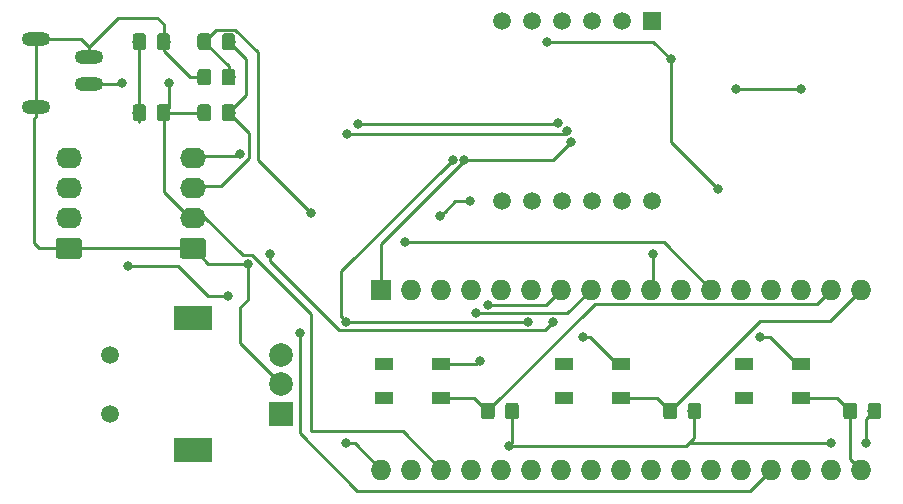
<source format=gbr>
G04 #@! TF.GenerationSoftware,KiCad,Pcbnew,(5.1.4)-1*
G04 #@! TF.CreationDate,2019-09-08T22:11:41-07:00*
G04 #@! TF.ProjectId,arduino-micro,61726475-696e-46f2-9d6d-6963726f2e6b,rev?*
G04 #@! TF.SameCoordinates,Original*
G04 #@! TF.FileFunction,Copper,L1,Top*
G04 #@! TF.FilePolarity,Positive*
%FSLAX46Y46*%
G04 Gerber Fmt 4.6, Leading zero omitted, Abs format (unit mm)*
G04 Created by KiCad (PCBNEW (5.1.4)-1) date 2019-09-08 22:11:41*
%MOMM*%
%LPD*%
G04 APERTURE LIST*
%ADD10C,0.100000*%
%ADD11C,1.150000*%
%ADD12O,2.200000X1.740000*%
%ADD13C,1.740000*%
%ADD14O,2.400000X1.200000*%
%ADD15O,1.727200X1.727200*%
%ADD16R,1.727200X1.727200*%
%ADD17R,1.600000X1.000000*%
%ADD18C,1.500000*%
%ADD19R,1.500000X1.500000*%
%ADD20R,2.000000X2.000000*%
%ADD21C,2.000000*%
%ADD22R,3.200000X2.000000*%
%ADD23C,0.800000*%
%ADD24C,0.250000*%
G04 APERTURE END LIST*
D10*
G36*
X127874505Y-96301204D02*
G01*
X127898773Y-96304804D01*
X127922572Y-96310765D01*
X127945671Y-96319030D01*
X127967850Y-96329520D01*
X127988893Y-96342132D01*
X128008599Y-96356747D01*
X128026777Y-96373223D01*
X128043253Y-96391401D01*
X128057868Y-96411107D01*
X128070480Y-96432150D01*
X128080970Y-96454329D01*
X128089235Y-96477428D01*
X128095196Y-96501227D01*
X128098796Y-96525495D01*
X128100000Y-96549999D01*
X128100000Y-97450001D01*
X128098796Y-97474505D01*
X128095196Y-97498773D01*
X128089235Y-97522572D01*
X128080970Y-97545671D01*
X128070480Y-97567850D01*
X128057868Y-97588893D01*
X128043253Y-97608599D01*
X128026777Y-97626777D01*
X128008599Y-97643253D01*
X127988893Y-97657868D01*
X127967850Y-97670480D01*
X127945671Y-97680970D01*
X127922572Y-97689235D01*
X127898773Y-97695196D01*
X127874505Y-97698796D01*
X127850001Y-97700000D01*
X127199999Y-97700000D01*
X127175495Y-97698796D01*
X127151227Y-97695196D01*
X127127428Y-97689235D01*
X127104329Y-97680970D01*
X127082150Y-97670480D01*
X127061107Y-97657868D01*
X127041401Y-97643253D01*
X127023223Y-97626777D01*
X127006747Y-97608599D01*
X126992132Y-97588893D01*
X126979520Y-97567850D01*
X126969030Y-97545671D01*
X126960765Y-97522572D01*
X126954804Y-97498773D01*
X126951204Y-97474505D01*
X126950000Y-97450001D01*
X126950000Y-96549999D01*
X126951204Y-96525495D01*
X126954804Y-96501227D01*
X126960765Y-96477428D01*
X126969030Y-96454329D01*
X126979520Y-96432150D01*
X126992132Y-96411107D01*
X127006747Y-96391401D01*
X127023223Y-96373223D01*
X127041401Y-96356747D01*
X127061107Y-96342132D01*
X127082150Y-96329520D01*
X127104329Y-96319030D01*
X127127428Y-96310765D01*
X127151227Y-96304804D01*
X127175495Y-96301204D01*
X127199999Y-96300000D01*
X127850001Y-96300000D01*
X127874505Y-96301204D01*
X127874505Y-96301204D01*
G37*
D11*
X127525000Y-97000000D03*
D10*
G36*
X125824505Y-96301204D02*
G01*
X125848773Y-96304804D01*
X125872572Y-96310765D01*
X125895671Y-96319030D01*
X125917850Y-96329520D01*
X125938893Y-96342132D01*
X125958599Y-96356747D01*
X125976777Y-96373223D01*
X125993253Y-96391401D01*
X126007868Y-96411107D01*
X126020480Y-96432150D01*
X126030970Y-96454329D01*
X126039235Y-96477428D01*
X126045196Y-96501227D01*
X126048796Y-96525495D01*
X126050000Y-96549999D01*
X126050000Y-97450001D01*
X126048796Y-97474505D01*
X126045196Y-97498773D01*
X126039235Y-97522572D01*
X126030970Y-97545671D01*
X126020480Y-97567850D01*
X126007868Y-97588893D01*
X125993253Y-97608599D01*
X125976777Y-97626777D01*
X125958599Y-97643253D01*
X125938893Y-97657868D01*
X125917850Y-97670480D01*
X125895671Y-97680970D01*
X125872572Y-97689235D01*
X125848773Y-97695196D01*
X125824505Y-97698796D01*
X125800001Y-97700000D01*
X125149999Y-97700000D01*
X125125495Y-97698796D01*
X125101227Y-97695196D01*
X125077428Y-97689235D01*
X125054329Y-97680970D01*
X125032150Y-97670480D01*
X125011107Y-97657868D01*
X124991401Y-97643253D01*
X124973223Y-97626777D01*
X124956747Y-97608599D01*
X124942132Y-97588893D01*
X124929520Y-97567850D01*
X124919030Y-97545671D01*
X124910765Y-97522572D01*
X124904804Y-97498773D01*
X124901204Y-97474505D01*
X124900000Y-97450001D01*
X124900000Y-96549999D01*
X124901204Y-96525495D01*
X124904804Y-96501227D01*
X124910765Y-96477428D01*
X124919030Y-96454329D01*
X124929520Y-96432150D01*
X124942132Y-96411107D01*
X124956747Y-96391401D01*
X124973223Y-96373223D01*
X124991401Y-96356747D01*
X125011107Y-96342132D01*
X125032150Y-96329520D01*
X125054329Y-96319030D01*
X125077428Y-96310765D01*
X125101227Y-96304804D01*
X125125495Y-96301204D01*
X125149999Y-96300000D01*
X125800001Y-96300000D01*
X125824505Y-96301204D01*
X125824505Y-96301204D01*
G37*
D11*
X125475000Y-97000000D03*
D10*
G36*
X127874505Y-102301204D02*
G01*
X127898773Y-102304804D01*
X127922572Y-102310765D01*
X127945671Y-102319030D01*
X127967850Y-102329520D01*
X127988893Y-102342132D01*
X128008599Y-102356747D01*
X128026777Y-102373223D01*
X128043253Y-102391401D01*
X128057868Y-102411107D01*
X128070480Y-102432150D01*
X128080970Y-102454329D01*
X128089235Y-102477428D01*
X128095196Y-102501227D01*
X128098796Y-102525495D01*
X128100000Y-102549999D01*
X128100000Y-103450001D01*
X128098796Y-103474505D01*
X128095196Y-103498773D01*
X128089235Y-103522572D01*
X128080970Y-103545671D01*
X128070480Y-103567850D01*
X128057868Y-103588893D01*
X128043253Y-103608599D01*
X128026777Y-103626777D01*
X128008599Y-103643253D01*
X127988893Y-103657868D01*
X127967850Y-103670480D01*
X127945671Y-103680970D01*
X127922572Y-103689235D01*
X127898773Y-103695196D01*
X127874505Y-103698796D01*
X127850001Y-103700000D01*
X127199999Y-103700000D01*
X127175495Y-103698796D01*
X127151227Y-103695196D01*
X127127428Y-103689235D01*
X127104329Y-103680970D01*
X127082150Y-103670480D01*
X127061107Y-103657868D01*
X127041401Y-103643253D01*
X127023223Y-103626777D01*
X127006747Y-103608599D01*
X126992132Y-103588893D01*
X126979520Y-103567850D01*
X126969030Y-103545671D01*
X126960765Y-103522572D01*
X126954804Y-103498773D01*
X126951204Y-103474505D01*
X126950000Y-103450001D01*
X126950000Y-102549999D01*
X126951204Y-102525495D01*
X126954804Y-102501227D01*
X126960765Y-102477428D01*
X126969030Y-102454329D01*
X126979520Y-102432150D01*
X126992132Y-102411107D01*
X127006747Y-102391401D01*
X127023223Y-102373223D01*
X127041401Y-102356747D01*
X127061107Y-102342132D01*
X127082150Y-102329520D01*
X127104329Y-102319030D01*
X127127428Y-102310765D01*
X127151227Y-102304804D01*
X127175495Y-102301204D01*
X127199999Y-102300000D01*
X127850001Y-102300000D01*
X127874505Y-102301204D01*
X127874505Y-102301204D01*
G37*
D11*
X127525000Y-103000000D03*
D10*
G36*
X125824505Y-102301204D02*
G01*
X125848773Y-102304804D01*
X125872572Y-102310765D01*
X125895671Y-102319030D01*
X125917850Y-102329520D01*
X125938893Y-102342132D01*
X125958599Y-102356747D01*
X125976777Y-102373223D01*
X125993253Y-102391401D01*
X126007868Y-102411107D01*
X126020480Y-102432150D01*
X126030970Y-102454329D01*
X126039235Y-102477428D01*
X126045196Y-102501227D01*
X126048796Y-102525495D01*
X126050000Y-102549999D01*
X126050000Y-103450001D01*
X126048796Y-103474505D01*
X126045196Y-103498773D01*
X126039235Y-103522572D01*
X126030970Y-103545671D01*
X126020480Y-103567850D01*
X126007868Y-103588893D01*
X125993253Y-103608599D01*
X125976777Y-103626777D01*
X125958599Y-103643253D01*
X125938893Y-103657868D01*
X125917850Y-103670480D01*
X125895671Y-103680970D01*
X125872572Y-103689235D01*
X125848773Y-103695196D01*
X125824505Y-103698796D01*
X125800001Y-103700000D01*
X125149999Y-103700000D01*
X125125495Y-103698796D01*
X125101227Y-103695196D01*
X125077428Y-103689235D01*
X125054329Y-103680970D01*
X125032150Y-103670480D01*
X125011107Y-103657868D01*
X124991401Y-103643253D01*
X124973223Y-103626777D01*
X124956747Y-103608599D01*
X124942132Y-103588893D01*
X124929520Y-103567850D01*
X124919030Y-103545671D01*
X124910765Y-103522572D01*
X124904804Y-103498773D01*
X124901204Y-103474505D01*
X124900000Y-103450001D01*
X124900000Y-102549999D01*
X124901204Y-102525495D01*
X124904804Y-102501227D01*
X124910765Y-102477428D01*
X124919030Y-102454329D01*
X124929520Y-102432150D01*
X124942132Y-102411107D01*
X124956747Y-102391401D01*
X124973223Y-102373223D01*
X124991401Y-102356747D01*
X125011107Y-102342132D01*
X125032150Y-102329520D01*
X125054329Y-102319030D01*
X125077428Y-102310765D01*
X125101227Y-102304804D01*
X125125495Y-102301204D01*
X125149999Y-102300000D01*
X125800001Y-102300000D01*
X125824505Y-102301204D01*
X125824505Y-102301204D01*
G37*
D11*
X125475000Y-103000000D03*
D12*
X119500000Y-106880000D03*
X119500000Y-109420000D03*
X119500000Y-111960000D03*
D10*
G36*
X120374505Y-113631204D02*
G01*
X120398773Y-113634804D01*
X120422572Y-113640765D01*
X120445671Y-113649030D01*
X120467850Y-113659520D01*
X120488893Y-113672132D01*
X120508599Y-113686747D01*
X120526777Y-113703223D01*
X120543253Y-113721401D01*
X120557868Y-113741107D01*
X120570480Y-113762150D01*
X120580970Y-113784329D01*
X120589235Y-113807428D01*
X120595196Y-113831227D01*
X120598796Y-113855495D01*
X120600000Y-113879999D01*
X120600000Y-115120001D01*
X120598796Y-115144505D01*
X120595196Y-115168773D01*
X120589235Y-115192572D01*
X120580970Y-115215671D01*
X120570480Y-115237850D01*
X120557868Y-115258893D01*
X120543253Y-115278599D01*
X120526777Y-115296777D01*
X120508599Y-115313253D01*
X120488893Y-115327868D01*
X120467850Y-115340480D01*
X120445671Y-115350970D01*
X120422572Y-115359235D01*
X120398773Y-115365196D01*
X120374505Y-115368796D01*
X120350001Y-115370000D01*
X118649999Y-115370000D01*
X118625495Y-115368796D01*
X118601227Y-115365196D01*
X118577428Y-115359235D01*
X118554329Y-115350970D01*
X118532150Y-115340480D01*
X118511107Y-115327868D01*
X118491401Y-115313253D01*
X118473223Y-115296777D01*
X118456747Y-115278599D01*
X118442132Y-115258893D01*
X118429520Y-115237850D01*
X118419030Y-115215671D01*
X118410765Y-115192572D01*
X118404804Y-115168773D01*
X118401204Y-115144505D01*
X118400000Y-115120001D01*
X118400000Y-113879999D01*
X118401204Y-113855495D01*
X118404804Y-113831227D01*
X118410765Y-113807428D01*
X118419030Y-113784329D01*
X118429520Y-113762150D01*
X118442132Y-113741107D01*
X118456747Y-113721401D01*
X118473223Y-113703223D01*
X118491401Y-113686747D01*
X118511107Y-113672132D01*
X118532150Y-113659520D01*
X118554329Y-113649030D01*
X118577428Y-113640765D01*
X118601227Y-113634804D01*
X118625495Y-113631204D01*
X118649999Y-113630000D01*
X120350001Y-113630000D01*
X120374505Y-113631204D01*
X120374505Y-113631204D01*
G37*
D13*
X119500000Y-114500000D03*
D12*
X130000000Y-106880000D03*
X130000000Y-109420000D03*
X130000000Y-111960000D03*
D10*
G36*
X130874505Y-113631204D02*
G01*
X130898773Y-113634804D01*
X130922572Y-113640765D01*
X130945671Y-113649030D01*
X130967850Y-113659520D01*
X130988893Y-113672132D01*
X131008599Y-113686747D01*
X131026777Y-113703223D01*
X131043253Y-113721401D01*
X131057868Y-113741107D01*
X131070480Y-113762150D01*
X131080970Y-113784329D01*
X131089235Y-113807428D01*
X131095196Y-113831227D01*
X131098796Y-113855495D01*
X131100000Y-113879999D01*
X131100000Y-115120001D01*
X131098796Y-115144505D01*
X131095196Y-115168773D01*
X131089235Y-115192572D01*
X131080970Y-115215671D01*
X131070480Y-115237850D01*
X131057868Y-115258893D01*
X131043253Y-115278599D01*
X131026777Y-115296777D01*
X131008599Y-115313253D01*
X130988893Y-115327868D01*
X130967850Y-115340480D01*
X130945671Y-115350970D01*
X130922572Y-115359235D01*
X130898773Y-115365196D01*
X130874505Y-115368796D01*
X130850001Y-115370000D01*
X129149999Y-115370000D01*
X129125495Y-115368796D01*
X129101227Y-115365196D01*
X129077428Y-115359235D01*
X129054329Y-115350970D01*
X129032150Y-115340480D01*
X129011107Y-115327868D01*
X128991401Y-115313253D01*
X128973223Y-115296777D01*
X128956747Y-115278599D01*
X128942132Y-115258893D01*
X128929520Y-115237850D01*
X128919030Y-115215671D01*
X128910765Y-115192572D01*
X128904804Y-115168773D01*
X128901204Y-115144505D01*
X128900000Y-115120001D01*
X128900000Y-113879999D01*
X128901204Y-113855495D01*
X128904804Y-113831227D01*
X128910765Y-113807428D01*
X128919030Y-113784329D01*
X128929520Y-113762150D01*
X128942132Y-113741107D01*
X128956747Y-113721401D01*
X128973223Y-113703223D01*
X128991401Y-113686747D01*
X129011107Y-113672132D01*
X129032150Y-113659520D01*
X129054329Y-113649030D01*
X129077428Y-113640765D01*
X129101227Y-113634804D01*
X129125495Y-113631204D01*
X129149999Y-113630000D01*
X130850001Y-113630000D01*
X130874505Y-113631204D01*
X130874505Y-113631204D01*
G37*
D13*
X130000000Y-114500000D03*
D14*
X121200000Y-98300000D03*
X121200000Y-100600000D03*
X116700000Y-96800000D03*
X116700000Y-102500000D03*
D15*
X148480000Y-133240000D03*
X166260000Y-133240000D03*
X168800000Y-133240000D03*
X171340000Y-133240000D03*
X173880000Y-133240000D03*
X176420000Y-133240000D03*
X161180000Y-133240000D03*
X184040000Y-118000000D03*
X186580000Y-118000000D03*
X186580000Y-133240000D03*
X181500000Y-133240000D03*
X181500000Y-118000000D03*
X178960000Y-118000000D03*
X176420000Y-118000000D03*
X173880000Y-118000000D03*
X171340000Y-118000000D03*
X168800000Y-118000000D03*
X166260000Y-118000000D03*
X163720000Y-118000000D03*
X161180000Y-118000000D03*
X151020000Y-118000000D03*
X153560000Y-118000000D03*
X148480000Y-118000000D03*
X156100000Y-133240000D03*
X184040000Y-133240000D03*
X158640000Y-133240000D03*
X153560000Y-133240000D03*
X158640000Y-118000000D03*
X151020000Y-133240000D03*
X178960000Y-133240000D03*
X145940000Y-133240000D03*
D16*
X145940000Y-118000000D03*
D15*
X156100000Y-118000000D03*
X163720000Y-133240000D03*
D17*
X181470000Y-124330000D03*
X176670000Y-124330000D03*
X181470000Y-127130000D03*
X176670000Y-127130000D03*
X166230000Y-124330000D03*
X161430000Y-124330000D03*
X166230000Y-127130000D03*
X161430000Y-127130000D03*
X150990000Y-124330000D03*
X146190000Y-124330000D03*
X150990000Y-127130000D03*
X146190000Y-127130000D03*
D18*
X168910000Y-110490000D03*
X166370000Y-110490000D03*
X163830000Y-110490000D03*
X161290000Y-110490000D03*
X158750000Y-110490000D03*
X156210000Y-110490000D03*
X156210000Y-95250000D03*
X158750000Y-95250000D03*
X161290000Y-95250000D03*
X163830000Y-95250000D03*
X166370000Y-95250000D03*
D19*
X168910000Y-95250000D03*
D20*
X137500000Y-128500000D03*
D21*
X137500000Y-126000000D03*
X137500000Y-123500000D03*
D22*
X130000000Y-131600000D03*
X130000000Y-120400000D03*
D18*
X123000000Y-128500000D03*
X123000000Y-123500000D03*
D10*
G36*
X188064505Y-127571204D02*
G01*
X188088773Y-127574804D01*
X188112572Y-127580765D01*
X188135671Y-127589030D01*
X188157850Y-127599520D01*
X188178893Y-127612132D01*
X188198599Y-127626747D01*
X188216777Y-127643223D01*
X188233253Y-127661401D01*
X188247868Y-127681107D01*
X188260480Y-127702150D01*
X188270970Y-127724329D01*
X188279235Y-127747428D01*
X188285196Y-127771227D01*
X188288796Y-127795495D01*
X188290000Y-127819999D01*
X188290000Y-128720001D01*
X188288796Y-128744505D01*
X188285196Y-128768773D01*
X188279235Y-128792572D01*
X188270970Y-128815671D01*
X188260480Y-128837850D01*
X188247868Y-128858893D01*
X188233253Y-128878599D01*
X188216777Y-128896777D01*
X188198599Y-128913253D01*
X188178893Y-128927868D01*
X188157850Y-128940480D01*
X188135671Y-128950970D01*
X188112572Y-128959235D01*
X188088773Y-128965196D01*
X188064505Y-128968796D01*
X188040001Y-128970000D01*
X187389999Y-128970000D01*
X187365495Y-128968796D01*
X187341227Y-128965196D01*
X187317428Y-128959235D01*
X187294329Y-128950970D01*
X187272150Y-128940480D01*
X187251107Y-128927868D01*
X187231401Y-128913253D01*
X187213223Y-128896777D01*
X187196747Y-128878599D01*
X187182132Y-128858893D01*
X187169520Y-128837850D01*
X187159030Y-128815671D01*
X187150765Y-128792572D01*
X187144804Y-128768773D01*
X187141204Y-128744505D01*
X187140000Y-128720001D01*
X187140000Y-127819999D01*
X187141204Y-127795495D01*
X187144804Y-127771227D01*
X187150765Y-127747428D01*
X187159030Y-127724329D01*
X187169520Y-127702150D01*
X187182132Y-127681107D01*
X187196747Y-127661401D01*
X187213223Y-127643223D01*
X187231401Y-127626747D01*
X187251107Y-127612132D01*
X187272150Y-127599520D01*
X187294329Y-127589030D01*
X187317428Y-127580765D01*
X187341227Y-127574804D01*
X187365495Y-127571204D01*
X187389999Y-127570000D01*
X188040001Y-127570000D01*
X188064505Y-127571204D01*
X188064505Y-127571204D01*
G37*
D11*
X187715000Y-128270000D03*
D10*
G36*
X186014505Y-127571204D02*
G01*
X186038773Y-127574804D01*
X186062572Y-127580765D01*
X186085671Y-127589030D01*
X186107850Y-127599520D01*
X186128893Y-127612132D01*
X186148599Y-127626747D01*
X186166777Y-127643223D01*
X186183253Y-127661401D01*
X186197868Y-127681107D01*
X186210480Y-127702150D01*
X186220970Y-127724329D01*
X186229235Y-127747428D01*
X186235196Y-127771227D01*
X186238796Y-127795495D01*
X186240000Y-127819999D01*
X186240000Y-128720001D01*
X186238796Y-128744505D01*
X186235196Y-128768773D01*
X186229235Y-128792572D01*
X186220970Y-128815671D01*
X186210480Y-128837850D01*
X186197868Y-128858893D01*
X186183253Y-128878599D01*
X186166777Y-128896777D01*
X186148599Y-128913253D01*
X186128893Y-128927868D01*
X186107850Y-128940480D01*
X186085671Y-128950970D01*
X186062572Y-128959235D01*
X186038773Y-128965196D01*
X186014505Y-128968796D01*
X185990001Y-128970000D01*
X185339999Y-128970000D01*
X185315495Y-128968796D01*
X185291227Y-128965196D01*
X185267428Y-128959235D01*
X185244329Y-128950970D01*
X185222150Y-128940480D01*
X185201107Y-128927868D01*
X185181401Y-128913253D01*
X185163223Y-128896777D01*
X185146747Y-128878599D01*
X185132132Y-128858893D01*
X185119520Y-128837850D01*
X185109030Y-128815671D01*
X185100765Y-128792572D01*
X185094804Y-128768773D01*
X185091204Y-128744505D01*
X185090000Y-128720001D01*
X185090000Y-127819999D01*
X185091204Y-127795495D01*
X185094804Y-127771227D01*
X185100765Y-127747428D01*
X185109030Y-127724329D01*
X185119520Y-127702150D01*
X185132132Y-127681107D01*
X185146747Y-127661401D01*
X185163223Y-127643223D01*
X185181401Y-127626747D01*
X185201107Y-127612132D01*
X185222150Y-127599520D01*
X185244329Y-127589030D01*
X185267428Y-127580765D01*
X185291227Y-127574804D01*
X185315495Y-127571204D01*
X185339999Y-127570000D01*
X185990001Y-127570000D01*
X186014505Y-127571204D01*
X186014505Y-127571204D01*
G37*
D11*
X185665000Y-128270000D03*
D10*
G36*
X157374505Y-127571204D02*
G01*
X157398773Y-127574804D01*
X157422572Y-127580765D01*
X157445671Y-127589030D01*
X157467850Y-127599520D01*
X157488893Y-127612132D01*
X157508599Y-127626747D01*
X157526777Y-127643223D01*
X157543253Y-127661401D01*
X157557868Y-127681107D01*
X157570480Y-127702150D01*
X157580970Y-127724329D01*
X157589235Y-127747428D01*
X157595196Y-127771227D01*
X157598796Y-127795495D01*
X157600000Y-127819999D01*
X157600000Y-128720001D01*
X157598796Y-128744505D01*
X157595196Y-128768773D01*
X157589235Y-128792572D01*
X157580970Y-128815671D01*
X157570480Y-128837850D01*
X157557868Y-128858893D01*
X157543253Y-128878599D01*
X157526777Y-128896777D01*
X157508599Y-128913253D01*
X157488893Y-128927868D01*
X157467850Y-128940480D01*
X157445671Y-128950970D01*
X157422572Y-128959235D01*
X157398773Y-128965196D01*
X157374505Y-128968796D01*
X157350001Y-128970000D01*
X156699999Y-128970000D01*
X156675495Y-128968796D01*
X156651227Y-128965196D01*
X156627428Y-128959235D01*
X156604329Y-128950970D01*
X156582150Y-128940480D01*
X156561107Y-128927868D01*
X156541401Y-128913253D01*
X156523223Y-128896777D01*
X156506747Y-128878599D01*
X156492132Y-128858893D01*
X156479520Y-128837850D01*
X156469030Y-128815671D01*
X156460765Y-128792572D01*
X156454804Y-128768773D01*
X156451204Y-128744505D01*
X156450000Y-128720001D01*
X156450000Y-127819999D01*
X156451204Y-127795495D01*
X156454804Y-127771227D01*
X156460765Y-127747428D01*
X156469030Y-127724329D01*
X156479520Y-127702150D01*
X156492132Y-127681107D01*
X156506747Y-127661401D01*
X156523223Y-127643223D01*
X156541401Y-127626747D01*
X156561107Y-127612132D01*
X156582150Y-127599520D01*
X156604329Y-127589030D01*
X156627428Y-127580765D01*
X156651227Y-127574804D01*
X156675495Y-127571204D01*
X156699999Y-127570000D01*
X157350001Y-127570000D01*
X157374505Y-127571204D01*
X157374505Y-127571204D01*
G37*
D11*
X157025000Y-128270000D03*
D10*
G36*
X155324505Y-127571204D02*
G01*
X155348773Y-127574804D01*
X155372572Y-127580765D01*
X155395671Y-127589030D01*
X155417850Y-127599520D01*
X155438893Y-127612132D01*
X155458599Y-127626747D01*
X155476777Y-127643223D01*
X155493253Y-127661401D01*
X155507868Y-127681107D01*
X155520480Y-127702150D01*
X155530970Y-127724329D01*
X155539235Y-127747428D01*
X155545196Y-127771227D01*
X155548796Y-127795495D01*
X155550000Y-127819999D01*
X155550000Y-128720001D01*
X155548796Y-128744505D01*
X155545196Y-128768773D01*
X155539235Y-128792572D01*
X155530970Y-128815671D01*
X155520480Y-128837850D01*
X155507868Y-128858893D01*
X155493253Y-128878599D01*
X155476777Y-128896777D01*
X155458599Y-128913253D01*
X155438893Y-128927868D01*
X155417850Y-128940480D01*
X155395671Y-128950970D01*
X155372572Y-128959235D01*
X155348773Y-128965196D01*
X155324505Y-128968796D01*
X155300001Y-128970000D01*
X154649999Y-128970000D01*
X154625495Y-128968796D01*
X154601227Y-128965196D01*
X154577428Y-128959235D01*
X154554329Y-128950970D01*
X154532150Y-128940480D01*
X154511107Y-128927868D01*
X154491401Y-128913253D01*
X154473223Y-128896777D01*
X154456747Y-128878599D01*
X154442132Y-128858893D01*
X154429520Y-128837850D01*
X154419030Y-128815671D01*
X154410765Y-128792572D01*
X154404804Y-128768773D01*
X154401204Y-128744505D01*
X154400000Y-128720001D01*
X154400000Y-127819999D01*
X154401204Y-127795495D01*
X154404804Y-127771227D01*
X154410765Y-127747428D01*
X154419030Y-127724329D01*
X154429520Y-127702150D01*
X154442132Y-127681107D01*
X154456747Y-127661401D01*
X154473223Y-127643223D01*
X154491401Y-127626747D01*
X154511107Y-127612132D01*
X154532150Y-127599520D01*
X154554329Y-127589030D01*
X154577428Y-127580765D01*
X154601227Y-127574804D01*
X154625495Y-127571204D01*
X154649999Y-127570000D01*
X155300001Y-127570000D01*
X155324505Y-127571204D01*
X155324505Y-127571204D01*
G37*
D11*
X154975000Y-128270000D03*
D10*
G36*
X172824505Y-127571204D02*
G01*
X172848773Y-127574804D01*
X172872572Y-127580765D01*
X172895671Y-127589030D01*
X172917850Y-127599520D01*
X172938893Y-127612132D01*
X172958599Y-127626747D01*
X172976777Y-127643223D01*
X172993253Y-127661401D01*
X173007868Y-127681107D01*
X173020480Y-127702150D01*
X173030970Y-127724329D01*
X173039235Y-127747428D01*
X173045196Y-127771227D01*
X173048796Y-127795495D01*
X173050000Y-127819999D01*
X173050000Y-128720001D01*
X173048796Y-128744505D01*
X173045196Y-128768773D01*
X173039235Y-128792572D01*
X173030970Y-128815671D01*
X173020480Y-128837850D01*
X173007868Y-128858893D01*
X172993253Y-128878599D01*
X172976777Y-128896777D01*
X172958599Y-128913253D01*
X172938893Y-128927868D01*
X172917850Y-128940480D01*
X172895671Y-128950970D01*
X172872572Y-128959235D01*
X172848773Y-128965196D01*
X172824505Y-128968796D01*
X172800001Y-128970000D01*
X172149999Y-128970000D01*
X172125495Y-128968796D01*
X172101227Y-128965196D01*
X172077428Y-128959235D01*
X172054329Y-128950970D01*
X172032150Y-128940480D01*
X172011107Y-128927868D01*
X171991401Y-128913253D01*
X171973223Y-128896777D01*
X171956747Y-128878599D01*
X171942132Y-128858893D01*
X171929520Y-128837850D01*
X171919030Y-128815671D01*
X171910765Y-128792572D01*
X171904804Y-128768773D01*
X171901204Y-128744505D01*
X171900000Y-128720001D01*
X171900000Y-127819999D01*
X171901204Y-127795495D01*
X171904804Y-127771227D01*
X171910765Y-127747428D01*
X171919030Y-127724329D01*
X171929520Y-127702150D01*
X171942132Y-127681107D01*
X171956747Y-127661401D01*
X171973223Y-127643223D01*
X171991401Y-127626747D01*
X172011107Y-127612132D01*
X172032150Y-127599520D01*
X172054329Y-127589030D01*
X172077428Y-127580765D01*
X172101227Y-127574804D01*
X172125495Y-127571204D01*
X172149999Y-127570000D01*
X172800001Y-127570000D01*
X172824505Y-127571204D01*
X172824505Y-127571204D01*
G37*
D11*
X172475000Y-128270000D03*
D10*
G36*
X170774505Y-127571204D02*
G01*
X170798773Y-127574804D01*
X170822572Y-127580765D01*
X170845671Y-127589030D01*
X170867850Y-127599520D01*
X170888893Y-127612132D01*
X170908599Y-127626747D01*
X170926777Y-127643223D01*
X170943253Y-127661401D01*
X170957868Y-127681107D01*
X170970480Y-127702150D01*
X170980970Y-127724329D01*
X170989235Y-127747428D01*
X170995196Y-127771227D01*
X170998796Y-127795495D01*
X171000000Y-127819999D01*
X171000000Y-128720001D01*
X170998796Y-128744505D01*
X170995196Y-128768773D01*
X170989235Y-128792572D01*
X170980970Y-128815671D01*
X170970480Y-128837850D01*
X170957868Y-128858893D01*
X170943253Y-128878599D01*
X170926777Y-128896777D01*
X170908599Y-128913253D01*
X170888893Y-128927868D01*
X170867850Y-128940480D01*
X170845671Y-128950970D01*
X170822572Y-128959235D01*
X170798773Y-128965196D01*
X170774505Y-128968796D01*
X170750001Y-128970000D01*
X170099999Y-128970000D01*
X170075495Y-128968796D01*
X170051227Y-128965196D01*
X170027428Y-128959235D01*
X170004329Y-128950970D01*
X169982150Y-128940480D01*
X169961107Y-128927868D01*
X169941401Y-128913253D01*
X169923223Y-128896777D01*
X169906747Y-128878599D01*
X169892132Y-128858893D01*
X169879520Y-128837850D01*
X169869030Y-128815671D01*
X169860765Y-128792572D01*
X169854804Y-128768773D01*
X169851204Y-128744505D01*
X169850000Y-128720001D01*
X169850000Y-127819999D01*
X169851204Y-127795495D01*
X169854804Y-127771227D01*
X169860765Y-127747428D01*
X169869030Y-127724329D01*
X169879520Y-127702150D01*
X169892132Y-127681107D01*
X169906747Y-127661401D01*
X169923223Y-127643223D01*
X169941401Y-127626747D01*
X169961107Y-127612132D01*
X169982150Y-127599520D01*
X170004329Y-127589030D01*
X170027428Y-127580765D01*
X170051227Y-127574804D01*
X170075495Y-127571204D01*
X170099999Y-127570000D01*
X170750001Y-127570000D01*
X170774505Y-127571204D01*
X170774505Y-127571204D01*
G37*
D11*
X170425000Y-128270000D03*
D10*
G36*
X133374505Y-99301204D02*
G01*
X133398773Y-99304804D01*
X133422572Y-99310765D01*
X133445671Y-99319030D01*
X133467850Y-99329520D01*
X133488893Y-99342132D01*
X133508599Y-99356747D01*
X133526777Y-99373223D01*
X133543253Y-99391401D01*
X133557868Y-99411107D01*
X133570480Y-99432150D01*
X133580970Y-99454329D01*
X133589235Y-99477428D01*
X133595196Y-99501227D01*
X133598796Y-99525495D01*
X133600000Y-99549999D01*
X133600000Y-100450001D01*
X133598796Y-100474505D01*
X133595196Y-100498773D01*
X133589235Y-100522572D01*
X133580970Y-100545671D01*
X133570480Y-100567850D01*
X133557868Y-100588893D01*
X133543253Y-100608599D01*
X133526777Y-100626777D01*
X133508599Y-100643253D01*
X133488893Y-100657868D01*
X133467850Y-100670480D01*
X133445671Y-100680970D01*
X133422572Y-100689235D01*
X133398773Y-100695196D01*
X133374505Y-100698796D01*
X133350001Y-100700000D01*
X132699999Y-100700000D01*
X132675495Y-100698796D01*
X132651227Y-100695196D01*
X132627428Y-100689235D01*
X132604329Y-100680970D01*
X132582150Y-100670480D01*
X132561107Y-100657868D01*
X132541401Y-100643253D01*
X132523223Y-100626777D01*
X132506747Y-100608599D01*
X132492132Y-100588893D01*
X132479520Y-100567850D01*
X132469030Y-100545671D01*
X132460765Y-100522572D01*
X132454804Y-100498773D01*
X132451204Y-100474505D01*
X132450000Y-100450001D01*
X132450000Y-99549999D01*
X132451204Y-99525495D01*
X132454804Y-99501227D01*
X132460765Y-99477428D01*
X132469030Y-99454329D01*
X132479520Y-99432150D01*
X132492132Y-99411107D01*
X132506747Y-99391401D01*
X132523223Y-99373223D01*
X132541401Y-99356747D01*
X132561107Y-99342132D01*
X132582150Y-99329520D01*
X132604329Y-99319030D01*
X132627428Y-99310765D01*
X132651227Y-99304804D01*
X132675495Y-99301204D01*
X132699999Y-99300000D01*
X133350001Y-99300000D01*
X133374505Y-99301204D01*
X133374505Y-99301204D01*
G37*
D11*
X133025000Y-100000000D03*
D10*
G36*
X131324505Y-99301204D02*
G01*
X131348773Y-99304804D01*
X131372572Y-99310765D01*
X131395671Y-99319030D01*
X131417850Y-99329520D01*
X131438893Y-99342132D01*
X131458599Y-99356747D01*
X131476777Y-99373223D01*
X131493253Y-99391401D01*
X131507868Y-99411107D01*
X131520480Y-99432150D01*
X131530970Y-99454329D01*
X131539235Y-99477428D01*
X131545196Y-99501227D01*
X131548796Y-99525495D01*
X131550000Y-99549999D01*
X131550000Y-100450001D01*
X131548796Y-100474505D01*
X131545196Y-100498773D01*
X131539235Y-100522572D01*
X131530970Y-100545671D01*
X131520480Y-100567850D01*
X131507868Y-100588893D01*
X131493253Y-100608599D01*
X131476777Y-100626777D01*
X131458599Y-100643253D01*
X131438893Y-100657868D01*
X131417850Y-100670480D01*
X131395671Y-100680970D01*
X131372572Y-100689235D01*
X131348773Y-100695196D01*
X131324505Y-100698796D01*
X131300001Y-100700000D01*
X130649999Y-100700000D01*
X130625495Y-100698796D01*
X130601227Y-100695196D01*
X130577428Y-100689235D01*
X130554329Y-100680970D01*
X130532150Y-100670480D01*
X130511107Y-100657868D01*
X130491401Y-100643253D01*
X130473223Y-100626777D01*
X130456747Y-100608599D01*
X130442132Y-100588893D01*
X130429520Y-100567850D01*
X130419030Y-100545671D01*
X130410765Y-100522572D01*
X130404804Y-100498773D01*
X130401204Y-100474505D01*
X130400000Y-100450001D01*
X130400000Y-99549999D01*
X130401204Y-99525495D01*
X130404804Y-99501227D01*
X130410765Y-99477428D01*
X130419030Y-99454329D01*
X130429520Y-99432150D01*
X130442132Y-99411107D01*
X130456747Y-99391401D01*
X130473223Y-99373223D01*
X130491401Y-99356747D01*
X130511107Y-99342132D01*
X130532150Y-99329520D01*
X130554329Y-99319030D01*
X130577428Y-99310765D01*
X130601227Y-99304804D01*
X130625495Y-99301204D01*
X130649999Y-99300000D01*
X131300001Y-99300000D01*
X131324505Y-99301204D01*
X131324505Y-99301204D01*
G37*
D11*
X130975000Y-100000000D03*
D10*
G36*
X133374505Y-96301204D02*
G01*
X133398773Y-96304804D01*
X133422572Y-96310765D01*
X133445671Y-96319030D01*
X133467850Y-96329520D01*
X133488893Y-96342132D01*
X133508599Y-96356747D01*
X133526777Y-96373223D01*
X133543253Y-96391401D01*
X133557868Y-96411107D01*
X133570480Y-96432150D01*
X133580970Y-96454329D01*
X133589235Y-96477428D01*
X133595196Y-96501227D01*
X133598796Y-96525495D01*
X133600000Y-96549999D01*
X133600000Y-97450001D01*
X133598796Y-97474505D01*
X133595196Y-97498773D01*
X133589235Y-97522572D01*
X133580970Y-97545671D01*
X133570480Y-97567850D01*
X133557868Y-97588893D01*
X133543253Y-97608599D01*
X133526777Y-97626777D01*
X133508599Y-97643253D01*
X133488893Y-97657868D01*
X133467850Y-97670480D01*
X133445671Y-97680970D01*
X133422572Y-97689235D01*
X133398773Y-97695196D01*
X133374505Y-97698796D01*
X133350001Y-97700000D01*
X132699999Y-97700000D01*
X132675495Y-97698796D01*
X132651227Y-97695196D01*
X132627428Y-97689235D01*
X132604329Y-97680970D01*
X132582150Y-97670480D01*
X132561107Y-97657868D01*
X132541401Y-97643253D01*
X132523223Y-97626777D01*
X132506747Y-97608599D01*
X132492132Y-97588893D01*
X132479520Y-97567850D01*
X132469030Y-97545671D01*
X132460765Y-97522572D01*
X132454804Y-97498773D01*
X132451204Y-97474505D01*
X132450000Y-97450001D01*
X132450000Y-96549999D01*
X132451204Y-96525495D01*
X132454804Y-96501227D01*
X132460765Y-96477428D01*
X132469030Y-96454329D01*
X132479520Y-96432150D01*
X132492132Y-96411107D01*
X132506747Y-96391401D01*
X132523223Y-96373223D01*
X132541401Y-96356747D01*
X132561107Y-96342132D01*
X132582150Y-96329520D01*
X132604329Y-96319030D01*
X132627428Y-96310765D01*
X132651227Y-96304804D01*
X132675495Y-96301204D01*
X132699999Y-96300000D01*
X133350001Y-96300000D01*
X133374505Y-96301204D01*
X133374505Y-96301204D01*
G37*
D11*
X133025000Y-97000000D03*
D10*
G36*
X131324505Y-96301204D02*
G01*
X131348773Y-96304804D01*
X131372572Y-96310765D01*
X131395671Y-96319030D01*
X131417850Y-96329520D01*
X131438893Y-96342132D01*
X131458599Y-96356747D01*
X131476777Y-96373223D01*
X131493253Y-96391401D01*
X131507868Y-96411107D01*
X131520480Y-96432150D01*
X131530970Y-96454329D01*
X131539235Y-96477428D01*
X131545196Y-96501227D01*
X131548796Y-96525495D01*
X131550000Y-96549999D01*
X131550000Y-97450001D01*
X131548796Y-97474505D01*
X131545196Y-97498773D01*
X131539235Y-97522572D01*
X131530970Y-97545671D01*
X131520480Y-97567850D01*
X131507868Y-97588893D01*
X131493253Y-97608599D01*
X131476777Y-97626777D01*
X131458599Y-97643253D01*
X131438893Y-97657868D01*
X131417850Y-97670480D01*
X131395671Y-97680970D01*
X131372572Y-97689235D01*
X131348773Y-97695196D01*
X131324505Y-97698796D01*
X131300001Y-97700000D01*
X130649999Y-97700000D01*
X130625495Y-97698796D01*
X130601227Y-97695196D01*
X130577428Y-97689235D01*
X130554329Y-97680970D01*
X130532150Y-97670480D01*
X130511107Y-97657868D01*
X130491401Y-97643253D01*
X130473223Y-97626777D01*
X130456747Y-97608599D01*
X130442132Y-97588893D01*
X130429520Y-97567850D01*
X130419030Y-97545671D01*
X130410765Y-97522572D01*
X130404804Y-97498773D01*
X130401204Y-97474505D01*
X130400000Y-97450001D01*
X130400000Y-96549999D01*
X130401204Y-96525495D01*
X130404804Y-96501227D01*
X130410765Y-96477428D01*
X130419030Y-96454329D01*
X130429520Y-96432150D01*
X130442132Y-96411107D01*
X130456747Y-96391401D01*
X130473223Y-96373223D01*
X130491401Y-96356747D01*
X130511107Y-96342132D01*
X130532150Y-96329520D01*
X130554329Y-96319030D01*
X130577428Y-96310765D01*
X130601227Y-96304804D01*
X130625495Y-96301204D01*
X130649999Y-96300000D01*
X131300001Y-96300000D01*
X131324505Y-96301204D01*
X131324505Y-96301204D01*
G37*
D11*
X130975000Y-97000000D03*
D10*
G36*
X133374505Y-102301204D02*
G01*
X133398773Y-102304804D01*
X133422572Y-102310765D01*
X133445671Y-102319030D01*
X133467850Y-102329520D01*
X133488893Y-102342132D01*
X133508599Y-102356747D01*
X133526777Y-102373223D01*
X133543253Y-102391401D01*
X133557868Y-102411107D01*
X133570480Y-102432150D01*
X133580970Y-102454329D01*
X133589235Y-102477428D01*
X133595196Y-102501227D01*
X133598796Y-102525495D01*
X133600000Y-102549999D01*
X133600000Y-103450001D01*
X133598796Y-103474505D01*
X133595196Y-103498773D01*
X133589235Y-103522572D01*
X133580970Y-103545671D01*
X133570480Y-103567850D01*
X133557868Y-103588893D01*
X133543253Y-103608599D01*
X133526777Y-103626777D01*
X133508599Y-103643253D01*
X133488893Y-103657868D01*
X133467850Y-103670480D01*
X133445671Y-103680970D01*
X133422572Y-103689235D01*
X133398773Y-103695196D01*
X133374505Y-103698796D01*
X133350001Y-103700000D01*
X132699999Y-103700000D01*
X132675495Y-103698796D01*
X132651227Y-103695196D01*
X132627428Y-103689235D01*
X132604329Y-103680970D01*
X132582150Y-103670480D01*
X132561107Y-103657868D01*
X132541401Y-103643253D01*
X132523223Y-103626777D01*
X132506747Y-103608599D01*
X132492132Y-103588893D01*
X132479520Y-103567850D01*
X132469030Y-103545671D01*
X132460765Y-103522572D01*
X132454804Y-103498773D01*
X132451204Y-103474505D01*
X132450000Y-103450001D01*
X132450000Y-102549999D01*
X132451204Y-102525495D01*
X132454804Y-102501227D01*
X132460765Y-102477428D01*
X132469030Y-102454329D01*
X132479520Y-102432150D01*
X132492132Y-102411107D01*
X132506747Y-102391401D01*
X132523223Y-102373223D01*
X132541401Y-102356747D01*
X132561107Y-102342132D01*
X132582150Y-102329520D01*
X132604329Y-102319030D01*
X132627428Y-102310765D01*
X132651227Y-102304804D01*
X132675495Y-102301204D01*
X132699999Y-102300000D01*
X133350001Y-102300000D01*
X133374505Y-102301204D01*
X133374505Y-102301204D01*
G37*
D11*
X133025000Y-103000000D03*
D10*
G36*
X131324505Y-102301204D02*
G01*
X131348773Y-102304804D01*
X131372572Y-102310765D01*
X131395671Y-102319030D01*
X131417850Y-102329520D01*
X131438893Y-102342132D01*
X131458599Y-102356747D01*
X131476777Y-102373223D01*
X131493253Y-102391401D01*
X131507868Y-102411107D01*
X131520480Y-102432150D01*
X131530970Y-102454329D01*
X131539235Y-102477428D01*
X131545196Y-102501227D01*
X131548796Y-102525495D01*
X131550000Y-102549999D01*
X131550000Y-103450001D01*
X131548796Y-103474505D01*
X131545196Y-103498773D01*
X131539235Y-103522572D01*
X131530970Y-103545671D01*
X131520480Y-103567850D01*
X131507868Y-103588893D01*
X131493253Y-103608599D01*
X131476777Y-103626777D01*
X131458599Y-103643253D01*
X131438893Y-103657868D01*
X131417850Y-103670480D01*
X131395671Y-103680970D01*
X131372572Y-103689235D01*
X131348773Y-103695196D01*
X131324505Y-103698796D01*
X131300001Y-103700000D01*
X130649999Y-103700000D01*
X130625495Y-103698796D01*
X130601227Y-103695196D01*
X130577428Y-103689235D01*
X130554329Y-103680970D01*
X130532150Y-103670480D01*
X130511107Y-103657868D01*
X130491401Y-103643253D01*
X130473223Y-103626777D01*
X130456747Y-103608599D01*
X130442132Y-103588893D01*
X130429520Y-103567850D01*
X130419030Y-103545671D01*
X130410765Y-103522572D01*
X130404804Y-103498773D01*
X130401204Y-103474505D01*
X130400000Y-103450001D01*
X130400000Y-102549999D01*
X130401204Y-102525495D01*
X130404804Y-102501227D01*
X130410765Y-102477428D01*
X130419030Y-102454329D01*
X130429520Y-102432150D01*
X130442132Y-102411107D01*
X130456747Y-102391401D01*
X130473223Y-102373223D01*
X130491401Y-102356747D01*
X130511107Y-102342132D01*
X130532150Y-102329520D01*
X130554329Y-102319030D01*
X130577428Y-102310765D01*
X130601227Y-102304804D01*
X130625495Y-102301204D01*
X130649999Y-102300000D01*
X131300001Y-102300000D01*
X131324505Y-102301204D01*
X131324505Y-102301204D01*
G37*
D11*
X130975000Y-103000000D03*
D23*
X184000000Y-131000000D03*
X187000000Y-131000000D03*
X156797997Y-131202003D03*
X134658516Y-115824979D03*
X163000000Y-122000000D03*
X178000000Y-122000000D03*
X154285010Y-124012660D03*
X160000000Y-97000000D03*
X170500000Y-98500000D03*
X174500000Y-109500000D03*
X124500000Y-116000000D03*
X133000000Y-118500000D03*
X153000000Y-107000000D03*
X162000000Y-105500000D03*
X176000000Y-101000000D03*
X181500000Y-101000000D03*
X143000000Y-131000000D03*
X152000000Y-107000000D03*
X143000000Y-120725010D03*
X158359499Y-120725010D03*
X124000000Y-100500000D03*
X128000000Y-100500000D03*
X134000000Y-106500000D03*
X136500000Y-115000000D03*
X169000000Y-115000000D03*
X160517898Y-120725010D03*
X139046315Y-121675019D03*
X148000000Y-114000000D03*
X140000000Y-111500000D03*
X143079890Y-104815566D03*
X161650939Y-104562888D03*
X144000000Y-104000000D03*
X160894517Y-103908786D03*
X153500000Y-110500000D03*
X150935670Y-111799385D03*
X154000000Y-120000000D03*
X155017898Y-119274990D03*
D24*
X172475000Y-130525000D02*
X172475000Y-128270000D01*
X172000000Y-131000000D02*
X172475000Y-130525000D01*
X172000000Y-131000000D02*
X184000000Y-131000000D01*
X187000000Y-128985000D02*
X187715000Y-128270000D01*
X187000000Y-131000000D02*
X187000000Y-128985000D01*
X171797997Y-131202003D02*
X157363682Y-131202003D01*
X157363682Y-131202003D02*
X156797997Y-131202003D01*
X172000000Y-131000000D02*
X171797997Y-131202003D01*
X157025000Y-130975000D02*
X156797997Y-131202003D01*
X157025000Y-128270000D02*
X157025000Y-130975000D01*
X130300000Y-100000000D02*
X130975000Y-100000000D01*
X129725000Y-100000000D02*
X130300000Y-100000000D01*
X127525000Y-97800000D02*
X129725000Y-100000000D01*
X127525000Y-97000000D02*
X127525000Y-97800000D01*
X134000000Y-119470000D02*
X134000000Y-122500000D01*
X134000000Y-122500000D02*
X137500000Y-126000000D01*
X116700000Y-102500000D02*
X116700000Y-103350000D01*
X116700000Y-103350000D02*
X116550000Y-103500000D01*
X116550000Y-103500000D02*
X116550000Y-114050000D01*
X117000000Y-114500000D02*
X119500000Y-114500000D01*
X116550000Y-114050000D02*
X117000000Y-114500000D01*
X130000000Y-114500000D02*
X128800000Y-114500000D01*
X119500000Y-114500000D02*
X130000000Y-114500000D01*
X116700000Y-101650000D02*
X116700000Y-96800000D01*
X116700000Y-102500000D02*
X116700000Y-101650000D01*
X121200000Y-97450000D02*
X121200000Y-98300000D01*
X120550000Y-96800000D02*
X121200000Y-97450000D01*
X116700000Y-96800000D02*
X120550000Y-96800000D01*
X127525000Y-95525000D02*
X127525000Y-97000000D01*
X127000000Y-95000000D02*
X127525000Y-95525000D01*
X121200000Y-97450000D02*
X123650000Y-95000000D01*
X123650000Y-95000000D02*
X127000000Y-95000000D01*
X134658516Y-118841484D02*
X134658516Y-116390664D01*
X131324979Y-115824979D02*
X134092831Y-115824979D01*
X134092831Y-115824979D02*
X134658516Y-115824979D01*
X134000000Y-119500000D02*
X134658516Y-118841484D01*
X134658516Y-116390664D02*
X134658516Y-115824979D01*
X130000000Y-114500000D02*
X131324979Y-115824979D01*
X163600000Y-122000000D02*
X163000000Y-122000000D01*
X166230000Y-124330000D02*
X165930000Y-124330000D01*
X165930000Y-124330000D02*
X163600000Y-122000000D01*
X178840000Y-122000000D02*
X178000000Y-122000000D01*
X181470000Y-124330000D02*
X181170000Y-124330000D01*
X181170000Y-124330000D02*
X178840000Y-122000000D01*
X150990000Y-124330000D02*
X153967670Y-124330000D01*
X153967670Y-124330000D02*
X154285010Y-124012660D01*
X160000000Y-97000000D02*
X169000000Y-97000000D01*
X169000000Y-97000000D02*
X170500000Y-98500000D01*
X170500000Y-105500000D02*
X170500000Y-98500000D01*
X174500000Y-109500000D02*
X170500000Y-105500000D01*
X131285002Y-118500000D02*
X133000000Y-118500000D01*
X124500000Y-116000000D02*
X128785002Y-116000000D01*
X128785002Y-116000000D02*
X131285002Y-118500000D01*
X145940000Y-114133004D02*
X153000000Y-107073004D01*
X145940000Y-118000000D02*
X145940000Y-114133004D01*
X153000000Y-107073004D02*
X153000000Y-107000000D01*
X160500000Y-107000000D02*
X153000000Y-107000000D01*
X162000000Y-105500000D02*
X160500000Y-107000000D01*
X176000000Y-101000000D02*
X181500000Y-101000000D01*
X145940000Y-133240000D02*
X143700000Y-131000000D01*
X143700000Y-131000000D02*
X143000000Y-131000000D01*
X152000000Y-107000000D02*
X142566999Y-116433001D01*
X142600001Y-120325011D02*
X143000000Y-120725010D01*
X142566999Y-120292009D02*
X142600001Y-120325011D01*
X142566999Y-116433001D02*
X142566999Y-120292009D01*
X143000000Y-120725010D02*
X158359499Y-120725010D01*
X121200000Y-100600000D02*
X123900000Y-100600000D01*
X123900000Y-100600000D02*
X124000000Y-100500000D01*
X128000000Y-102525000D02*
X127525000Y-103000000D01*
X128000000Y-100500000D02*
X128000000Y-102525000D01*
X127525000Y-103000000D02*
X130975000Y-103000000D01*
X129770000Y-111960000D02*
X130000000Y-111960000D01*
X127525000Y-109715000D02*
X129770000Y-111960000D01*
X127525000Y-103000000D02*
X127525000Y-109715000D01*
X129310000Y-111760000D02*
X130890000Y-111760000D01*
X130890000Y-111760000D02*
X134229977Y-115099977D01*
X135006518Y-115099977D02*
X140000000Y-120093459D01*
X147780000Y-130000000D02*
X151020000Y-133240000D01*
X140000000Y-130000000D02*
X147780000Y-130000000D01*
X140000000Y-120093459D02*
X140000000Y-130000000D01*
X134229977Y-115099977D02*
X135006518Y-115099977D01*
X133820000Y-106680000D02*
X134000000Y-106500000D01*
X129540000Y-106680000D02*
X133820000Y-106680000D01*
X169000000Y-117800000D02*
X168800000Y-118000000D01*
X169000000Y-115000000D02*
X169000000Y-117800000D01*
X136500000Y-115565685D02*
X142384327Y-121450012D01*
X159792896Y-121450012D02*
X160117899Y-121125009D01*
X160117899Y-121125009D02*
X160517898Y-120725010D01*
X136500000Y-115000000D02*
X136500000Y-115565685D01*
X142384327Y-121450012D02*
X159792896Y-121450012D01*
X133648372Y-102376628D02*
X133025000Y-103000000D01*
X134500000Y-101525000D02*
X133648372Y-102376628D01*
X134500000Y-98475000D02*
X134500000Y-101525000D01*
X133025000Y-97000000D02*
X134500000Y-98475000D01*
X133648372Y-103623372D02*
X133025000Y-103000000D01*
X134725002Y-104700002D02*
X133648372Y-103623372D01*
X134725002Y-106848002D02*
X134725002Y-104700002D01*
X132353004Y-109220000D02*
X134725002Y-106848002D01*
X129540000Y-109220000D02*
X132353004Y-109220000D01*
X143927158Y-135000000D02*
X139046315Y-130119157D01*
X177200000Y-135000000D02*
X143927158Y-135000000D01*
X178960000Y-133240000D02*
X177200000Y-135000000D01*
X139046315Y-122240704D02*
X139046315Y-121675019D01*
X139046315Y-130119157D02*
X139046315Y-122240704D01*
X133025000Y-99050000D02*
X130975000Y-97000000D01*
X133025000Y-100000000D02*
X133025000Y-99050000D01*
X173880000Y-118000000D02*
X169880000Y-114000000D01*
X169880000Y-114000000D02*
X148000000Y-114000000D01*
X140000000Y-111500000D02*
X135500000Y-107000000D01*
X131598372Y-96376628D02*
X130975000Y-97000000D01*
X132000010Y-95974990D02*
X131598372Y-96376628D01*
X133588180Y-95974990D02*
X132000010Y-95974990D01*
X135500000Y-97886810D02*
X133588180Y-95974990D01*
X135500000Y-107000000D02*
X135500000Y-97886810D01*
X169285000Y-127130000D02*
X170425000Y-128270000D01*
X166230000Y-127130000D02*
X169285000Y-127130000D01*
X185716401Y-118863599D02*
X186580000Y-118000000D01*
X183930000Y-120650000D02*
X185716401Y-118863599D01*
X178045000Y-120650000D02*
X183930000Y-120650000D01*
X170425000Y-128270000D02*
X178045000Y-120650000D01*
X153800000Y-127130000D02*
X154940000Y-128270000D01*
X150990000Y-127130000D02*
X153800000Y-127130000D01*
X183176401Y-118863599D02*
X184040000Y-118000000D01*
X182851399Y-119188601D02*
X183176401Y-118863599D01*
X164021399Y-119188601D02*
X182851399Y-119188601D01*
X154940000Y-128270000D02*
X164021399Y-119188601D01*
X186580000Y-132995000D02*
X186580000Y-133240000D01*
X184525000Y-127130000D02*
X185665000Y-128270000D01*
X181470000Y-127130000D02*
X184525000Y-127130000D01*
X185665000Y-132325000D02*
X186580000Y-133240000D01*
X185665000Y-128270000D02*
X185665000Y-132325000D01*
X143079890Y-104815566D02*
X161398261Y-104815566D01*
X161398261Y-104815566D02*
X161650939Y-104562888D01*
X144000000Y-104000000D02*
X160803303Y-104000000D01*
X160803303Y-104000000D02*
X160894517Y-103908786D01*
X152235055Y-110500000D02*
X151335669Y-111399386D01*
X153500000Y-110500000D02*
X152235055Y-110500000D01*
X151335669Y-111399386D02*
X150935670Y-111799385D01*
X161720000Y-120000000D02*
X163720000Y-118000000D01*
X154000000Y-120000000D02*
X161720000Y-120000000D01*
X155583583Y-119274990D02*
X155017898Y-119274990D01*
X159905010Y-119274990D02*
X155583583Y-119274990D01*
X161180000Y-118000000D02*
X159905010Y-119274990D01*
X125475000Y-97000000D02*
X125475000Y-103000000D01*
X125475000Y-103800000D02*
X125475000Y-103000000D01*
M02*

</source>
